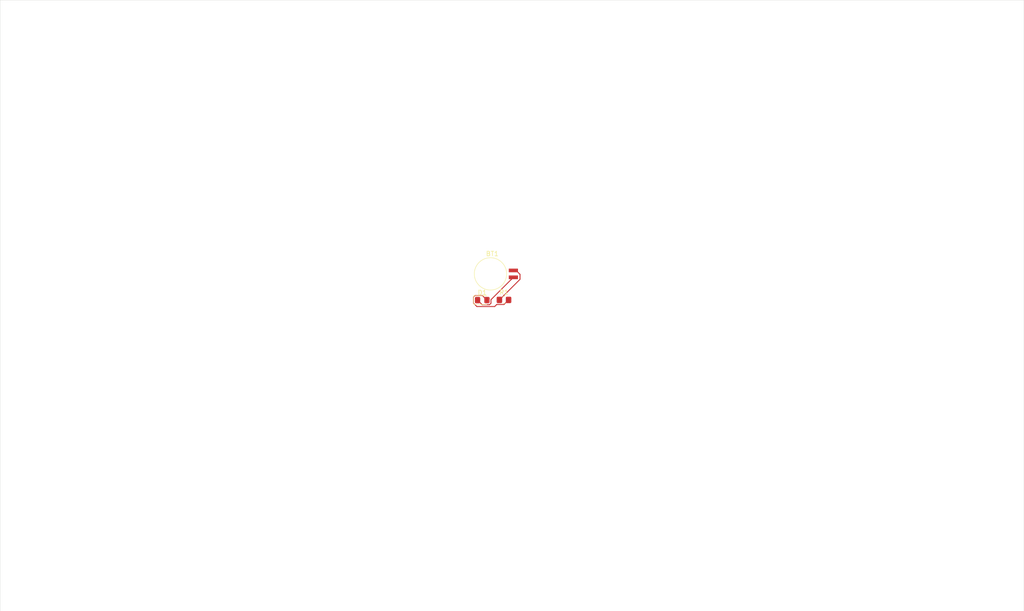
<source format=kicad_pcb>
(kicad_pcb (version 20240108) (generator "pcbnew") (generator_version "8.0")
  (title_block (title "LED Intro Project") (date "2024-10-08") (rev "1.0"))
  (layers (0 "F.Cu" signal) (31 "B.Cu" signal) (34 "B.Paste" user) (35 "F.Paste" user) (36 "B.SilkS" user "B.Silkscreen") (37 "F.SilkS" user "F.Silkscreen") (38 "B.Mask" user) (39 "F.Mask" user) (44 "Edge.Cuts" user))
  (net 0 "")
  (net 1 "Net-(BT1--)")
  (net 2 "Net-(BT1-+)")
  (net 3 "Net-(D1-A)")
  (footprint "Battery:BatteryHolder_Seiko_MS621F" (layer "F.Cu") (at 145.046204 88.316204)
    (property "Reference" "BT1" (at -4.6 -4.4 0) (layer "F.SilkS"))
    (property "Value" "Battery_Cell")
    (fp_circle (center -5 0) (end -1.47 0) (stroke (width 0.12)) (fill none) (layer "F.SilkS"))
    (pad "1" smd rect (at 0 -0.75) (size 2 0.8) (layers "F.Cu" "F.Paste" "F.Mask") (net 2 "Net-(BT1-+)"))
    (pad "2" smd rect (at 0 0.75) (size 2 0.8) (layers "F.Cu" "F.Paste" "F.Mask") (net 1 "Net-(BT1--)"))
  )
  (footprint "Resistor_SMD:R_0805_2012Metric_Pad1.20x1.40mm_HandSolder" (layer "F.Cu") (at 143 94)
    (property "Reference" "R1" (at 0 -1.65 0) (layer "F.SilkS"))
    (property "Value" "R")
    (fp_line (start -0.227064 -0.735) (end 0.227064 -0.735) (stroke (width 0.12)) (layer "F.SilkS"))
    (fp_line (start -0.227064 0.735) (end 0.227064 0.735) (stroke (width 0.12)) (layer "F.SilkS"))
    (pad "1" smd roundrect (at -1 0) (size 1.2 1.4) (layers "F.Cu" "F.Paste" "F.Mask") (roundrect_rratio 0.208333) (net 2 "Net-(BT1-+)"))
    (pad "2" smd roundrect (at 1 0) (size 1.2 1.4) (layers "F.Cu" "F.Paste" "F.Mask") (roundrect_rratio 0.208333) (net 3 "Net-(D1-A)"))
  )
  (footprint "LED_SMD:LED_0805_2012Metric_Pad1.15x1.40mm_HandSolder" (layer "F.Cu") (at 138.255 94.045)
    (property "Reference" "D1" (at 0 -1.65 0) (layer "F.SilkS"))
    (property "Value" "LED")
    (fp_line (start -1.86 -0.96) (end -1.86 0.96) (stroke (width 0.12)) (layer "F.SilkS"))
    (fp_line (start -1.86 0.96) (end 1 0.96) (stroke (width 0.12)) (layer "F.SilkS"))
    (fp_line (start 1 -0.96) (end -1.86 -0.96) (stroke (width 0.12)) (layer "F.SilkS"))
    (pad "1" smd roundrect (at -1.025 0) (size 1.15 1.4) (layers "F.Cu" "F.Paste" "F.Mask") (roundrect_rratio 0.217391) (net 1 "Net-(BT1--)"))
    (pad "2" smd roundrect (at 1.025 0) (size 1.15 1.4) (layers "F.Cu" "F.Paste" "F.Mask") (roundrect_rratio 0.217391) (net 3 "Net-(D1-A)"))
  )
  (gr_rect (start 33 28.5) (end 256.5 162) (stroke (width 0.05)) (fill none) (layer "Edge.Cuts"))
  (segment (start 140.155 94.729744) (end 139.839744 95.045) (width 0.2) (layer "F.Cu") (net 1))
  (segment (start 138.23 95.045) (end 137.23 94.045) (width 0.2) (layer "F.Cu") (net 1))
  (segment (start 145.046204 89.066204) (end 140.155 93.957408) (width 0.2) (layer "F.Cu") (net 1))
  (segment (start 145.046204 89.066204) (end 144.556204 89.556204) (width 0.2) (layer "F.Cu") (net 1))
  (segment (start 139.839744 95.045) (end 138.23 95.045) (width 0.2) (layer "F.Cu") (net 1))
  (segment (start 140.155 93.957408) (end 140.155 94.729744) (width 0.2) (layer "F.Cu") (net 1))
  (segment (start 145.046204 87.566204) (end 145.066204 87.566204) (width 0.2) (layer "F.Cu") (net 2))
  (segment (start 146.5 89.5) (end 142 94) (width 0.2) (layer "F.Cu") (net 2))
  (segment (start 145.046204 87.566204) (end 145.646204 87.566204) (width 0.2) (layer "F.Cu") (net 2))
  (segment (start 146.5 88.42) (end 146.5 89.5) (width 0.2) (layer "F.Cu") (net 2))
  (segment (start 145.046204 87.566204) (end 144.446204 87.566204) (width 0.2) (layer "F.Cu") (net 2))
  (segment (start 145.646204 87.566204) (end 146.5 88.42) (width 0.2) (layer "F.Cu") (net 2))
  (segment (start 144 94) (end 143 95) (width 0.2) (layer "F.Cu") (net 3))
  (segment (start 140.970256 95.445) (end 137.070256 95.445) (width 0.2) (layer "F.Cu") (net 3))
  (segment (start 136.355 93.360256) (end 136.670256 93.045) (width 0.2) (layer "F.Cu") (net 3))
  (segment (start 141.415256 95) (end 140.970256 95.445) (width 0.2) (layer "F.Cu") (net 3))
  (segment (start 136.670256 93.045) (end 138.28 93.045) (width 0.2) (layer "F.Cu") (net 3))
  (segment (start 136.355 94.729744) (end 136.355 93.360256) (width 0.2) (layer "F.Cu") (net 3))
  (segment (start 138.28 93.045) (end 139.28 94.045) (width 0.2) (layer "F.Cu") (net 3))
  (segment (start 143 95) (end 141.415256 95) (width 0.2) (layer "F.Cu") (net 3))
  (segment (start 137.070256 95.445) (end 136.355 94.729744) (width 0.2) (layer "F.Cu") (net 3))
)
</source>
